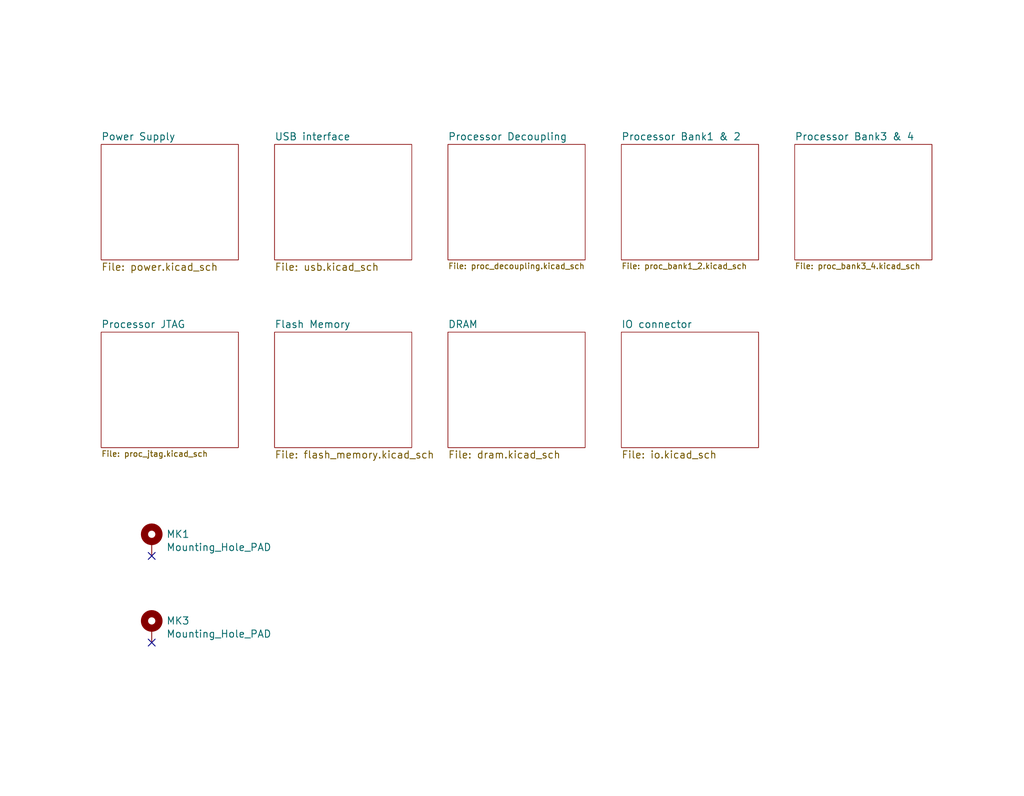
<source format=kicad_sch>
(kicad_sch (version 20210406) (generator eeschema)
  (paper "User" 180.01 140.005)
  (lib_symbols
    (symbol "EuroCard160mmX100mm_holes:Mounting_Hole_PAD-Mechanical" (pin_numbers hide) (pin_names (offset 1.016) hide)
      (property "Reference" "MK" (at 0 6.35 0))
      (property "Value" "Mounting_Hole_PAD-Mechanical" (at 0 4.445 0))
      (symbol "Mounting_Hole_PAD-Mechanical_0_1"
        (circle (center 0 1.27) (radius 1.27) (stroke (width 1.27)))
      )
      (symbol "Mounting_Hole_PAD-Mechanical_1_1"
        (pin input line (at 0 -2.54 90) (length 2.54) (name "1") (number "1"))
      )
    )
  )
  (no_connect (at 26.67 97.79))
  (no_connect (at 26.67 113.03))
  (symbol (lib_id "EuroCard160mmX100mm_holes:Mounting_Hole_PAD-Mechanical") (at 26.67 95.25 0) (unit 1)
    (property "Reference" "MK1" (at 29.21 93.9546 0) (effects (justify left)))
    (property "Value" "Mounting_Hole_PAD" (at 29.21 96.266 0) (effects (justify left)))
    (property "Footprint" "Mounting_Holes:MountingHole_2.7mm" (effects hide))
  )
  (symbol (lib_id "EuroCard160mmX100mm_holes:Mounting_Hole_PAD-Mechanical") (at 26.67 110.49 0) (unit 1)
    (property "Reference" "MK3" (at 29.21 109.1946 0) (effects (justify left)))
    (property "Value" "Mounting_Hole_PAD" (at 29.21 111.506 0) (effects (justify left)))
    (property "Footprint" "Mounting_Holes:MountingHole_2.7mm" (effects hide))
  )
  (sheet (at 78.74 58.42) (size 24.13 20.32) (stroke (width 0.0006))
    (property "Sheet name" "DRAM" (at 78.74 57.7843 0) (effects (justify left bottom)))
    (property "Sheet file" "dram.kicad_sch" (at 78.74 79.2487 0) (effects (justify left top)))
  )
  (sheet (at 48.26 58.42) (size 24.13 20.32) (stroke (width 0.0006))
    (property "Sheet name" "Flash Memory" (at 48.26 57.7843 0) (effects (justify left bottom)))
    (property "Sheet file" "flash_memory.kicad_sch" (at 48.26 79.2487 0) (effects (justify left top)))
  )
  (sheet (at 109.22 58.42) (size 24.13 20.32) (stroke (width 0.0006))
    (property "Sheet name" "IO connector" (at 109.22 57.7843 0) (effects (justify left bottom)))
    (property "Sheet file" "io.kicad_sch" (at 109.22 79.2487 0) (effects (justify left top)))
  )
  (sheet (at 17.78 25.4) (size 24.13 20.32) (stroke (width 0.0006))
    (property "Sheet name" "Power Supply" (at 17.78 24.7643 0) (effects (justify left bottom)))
    (property "Sheet file" "power.kicad_sch" (at 17.78 46.2287 0) (effects (justify left top)))
  )
  (sheet (at 109.22 25.4) (size 24.13 20.32) (stroke (width 0.0006)) (fill (color 216 96 255 0.0000))
    (property "Sheet name" "Processor Bank1 & 2" (at 109.22 24.7643 0) (effects (justify left bottom)))
    (property "Sheet file" "proc_bank1_2.kicad_sch" (at 109.22 46.2287 0) (effects (font (size 1 1)) (justify left top)))
  )
  (sheet (at 139.7 25.4) (size 24.13 20.32) (stroke (width 0.0006))
    (property "Sheet name" "Processor Bank3 & 4" (at 139.7 24.7643 0) (effects (justify left bottom)))
    (property "Sheet file" "proc_bank3_4.kicad_sch" (at 139.7 46.2287 0) (effects (font (size 1 1)) (justify left top)))
  )
  (sheet (at 78.74 25.4) (size 24.13 20.32) (stroke (width 0.0006))
    (property "Sheet name" "Processor Decoupling" (at 78.74 24.7643 0) (effects (justify left bottom)))
    (property "Sheet file" "proc_decoupling.kicad_sch" (at 78.74 46.2287 0) (effects (font (size 1 1)) (justify left top)))
  )
  (sheet (at 17.78 58.42) (size 24.13 20.32) (stroke (width 0.0006))
    (property "Sheet name" "Processor JTAG" (at 17.78 57.7843 0) (effects (justify left bottom)))
    (property "Sheet file" "proc_jtag.kicad_sch" (at 17.78 79.2487 0) (effects (font (size 1 1)) (justify left top)))
  )
  (sheet (at 48.26 25.4) (size 24.13 20.32) (stroke (width 0.0006))
    (property "Sheet name" "USB interface" (at 48.26 24.7643 0) (effects (justify left bottom)))
    (property "Sheet file" "usb.kicad_sch" (at 48.26 46.2287 0) (effects (justify left top)))
  )
)
</source>
